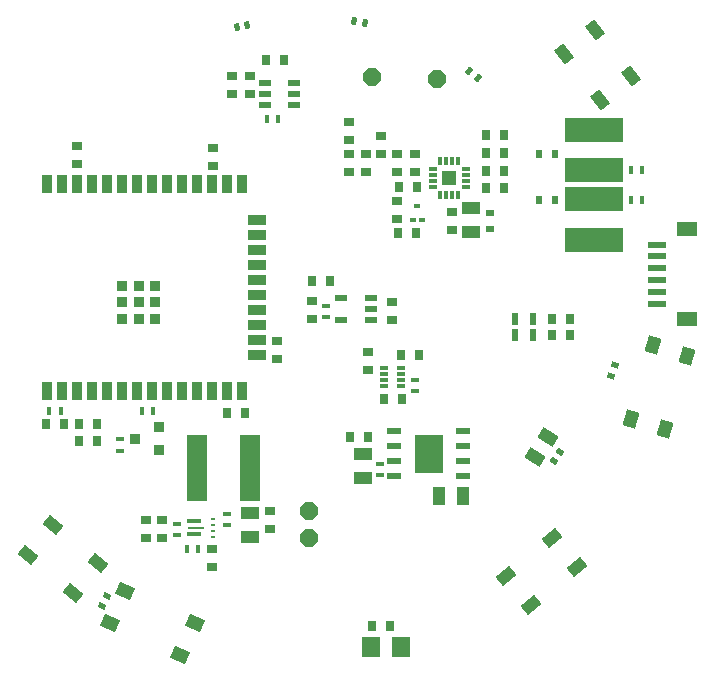
<source format=gtp>
G04*
G04 #@! TF.GenerationSoftware,Altium Limited,Altium Designer,22.1.2 (22)*
G04*
G04 Layer_Color=8421504*
%FSLAX25Y25*%
%MOIN*%
G70*
G04*
G04 #@! TF.SameCoordinates,673B4CCC-D109-4FC9-AC55-69538E973762*
G04*
G04*
G04 #@! TF.FilePolarity,Positive*
G04*
G01*
G75*
%ADD23R,0.03500X0.03000*%
%ADD24R,0.03000X0.03500*%
%ADD25R,0.06000X0.07000*%
%ADD26R,0.03622X0.03228*%
%ADD27R,0.02500X0.01800*%
%ADD28R,0.01800X0.02500*%
G04:AMPARAMS|DCode=29|XSize=25mil|YSize=18mil|CornerRadius=0mil|HoleSize=0mil|Usage=FLASHONLY|Rotation=283.000|XOffset=0mil|YOffset=0mil|HoleType=Round|Shape=Rectangle|*
%AMROTATEDRECTD29*
4,1,4,-0.01158,0.01016,0.00596,0.01420,0.01158,-0.01016,-0.00596,-0.01420,-0.01158,0.01016,0.0*
%
%ADD29ROTATEDRECTD29*%

G04:AMPARAMS|DCode=30|XSize=55.12mil|YSize=43.31mil|CornerRadius=0mil|HoleSize=0mil|Usage=FLASHONLY|Rotation=73.000|XOffset=0mil|YOffset=0mil|HoleType=Round|Shape=Rectangle|*
%AMROTATEDRECTD30*
4,1,4,0.01265,-0.03269,-0.02877,-0.02002,-0.01265,0.03269,0.02877,0.02002,0.01265,-0.03269,0.0*
%
%ADD30ROTATEDRECTD30*%

G04:AMPARAMS|DCode=31|XSize=25mil|YSize=18mil|CornerRadius=0mil|HoleSize=0mil|Usage=FLASHONLY|Rotation=327.000|XOffset=0mil|YOffset=0mil|HoleType=Round|Shape=Rectangle|*
%AMROTATEDRECTD31*
4,1,4,-0.01539,-0.00074,-0.00558,0.01436,0.01539,0.00074,0.00558,-0.01436,-0.01539,-0.00074,0.0*
%
%ADD31ROTATEDRECTD31*%

%ADD32R,0.03543X0.05906*%
%ADD33R,0.06693X0.22441*%
%ADD34R,0.03543X0.03543*%
%ADD35R,0.05906X0.03543*%
%ADD36R,0.02638X0.01181*%
G04:AMPARAMS|DCode=37|XSize=59.06mil|YSize=39.37mil|CornerRadius=0mil|HoleSize=0mil|Usage=FLASHONLY|Rotation=320.000|XOffset=0mil|YOffset=0mil|HoleType=Round|Shape=Rectangle|*
%AMROTATEDRECTD37*
4,1,4,-0.03527,0.00390,-0.00997,0.03406,0.03527,-0.00390,0.00997,-0.03406,-0.03527,0.00390,0.0*
%
%ADD37ROTATEDRECTD37*%

G04:AMPARAMS|DCode=38|XSize=55.12mil|YSize=43.31mil|CornerRadius=0mil|HoleSize=0mil|Usage=FLASHONLY|Rotation=335.000|XOffset=0mil|YOffset=0mil|HoleType=Round|Shape=Rectangle|*
%AMROTATEDRECTD38*
4,1,4,-0.03413,-0.00798,-0.01583,0.03127,0.03413,0.00798,0.01583,-0.03127,-0.03413,-0.00798,0.0*
%
%ADD38ROTATEDRECTD38*%

%ADD39P,0.06494X8X292.5*%
G04:AMPARAMS|DCode=40|XSize=59.06mil|YSize=39.37mil|CornerRadius=0mil|HoleSize=0mil|Usage=FLASHONLY|Rotation=128.000|XOffset=0mil|YOffset=0mil|HoleType=Round|Shape=Rectangle|*
%AMROTATEDRECTD40*
4,1,4,0.03369,-0.01115,0.00267,-0.03539,-0.03369,0.01115,-0.00267,0.03539,0.03369,-0.01115,0.0*
%
%ADD40ROTATEDRECTD40*%

%ADD41R,0.04000X0.06000*%
%ADD42R,0.06000X0.04000*%
G04:AMPARAMS|DCode=43|XSize=59.06mil|YSize=39.37mil|CornerRadius=0mil|HoleSize=0mil|Usage=FLASHONLY|Rotation=220.000|XOffset=0mil|YOffset=0mil|HoleType=Round|Shape=Rectangle|*
%AMROTATEDRECTD43*
4,1,4,0.00997,0.03406,0.03527,0.00390,-0.00997,-0.03406,-0.03527,-0.00390,0.00997,0.03406,0.0*
%
%ADD43ROTATEDRECTD43*%

%ADD44R,0.04331X0.02362*%
%ADD45R,0.04724X0.02362*%
%ADD46R,0.09449X0.12992*%
%ADD47R,0.01772X0.00984*%
%ADD48R,0.05709X0.00787*%
%ADD49R,0.04528X0.01378*%
%ADD50R,0.01968X0.03937*%
G04:AMPARAMS|DCode=51|XSize=40mil|YSize=60mil|CornerRadius=0mil|HoleSize=0mil|Usage=FLASHONLY|Rotation=237.000|XOffset=0mil|YOffset=0mil|HoleType=Round|Shape=Rectangle|*
%AMROTATEDRECTD51*
4,1,4,-0.01427,0.03311,0.03605,0.00043,0.01427,-0.03311,-0.03605,-0.00043,-0.01427,0.03311,0.0*
%
%ADD51ROTATEDRECTD51*%

G04:AMPARAMS|DCode=52|XSize=25mil|YSize=18mil|CornerRadius=0mil|HoleSize=0mil|Usage=FLASHONLY|Rotation=155.000|XOffset=0mil|YOffset=0mil|HoleType=Round|Shape=Rectangle|*
%AMROTATEDRECTD52*
4,1,4,0.01513,0.00287,0.00753,-0.01344,-0.01513,-0.00287,-0.00753,0.01344,0.01513,0.00287,0.0*
%
%ADD52ROTATEDRECTD52*%

G04:AMPARAMS|DCode=53|XSize=25mil|YSize=18mil|CornerRadius=0mil|HoleSize=0mil|Usage=FLASHONLY|Rotation=232.900|XOffset=0mil|YOffset=0mil|HoleType=Round|Shape=Rectangle|*
%AMROTATEDRECTD53*
4,1,4,0.00036,0.01540,0.01472,0.00454,-0.00036,-0.01540,-0.01472,-0.00454,0.00036,0.01540,0.0*
%
%ADD53ROTATEDRECTD53*%

G04:AMPARAMS|DCode=54|XSize=25mil|YSize=18mil|CornerRadius=0mil|HoleSize=0mil|Usage=FLASHONLY|Rotation=258.000|XOffset=0mil|YOffset=0mil|HoleType=Round|Shape=Rectangle|*
%AMROTATEDRECTD54*
4,1,4,-0.00620,0.01410,0.01140,0.01036,0.00620,-0.01410,-0.01140,-0.01036,-0.00620,0.01410,0.0*
%
%ADD54ROTATEDRECTD54*%

G04:AMPARAMS|DCode=55|XSize=25mil|YSize=18mil|CornerRadius=0mil|HoleSize=0mil|Usage=FLASHONLY|Rotation=163.000|XOffset=0mil|YOffset=0mil|HoleType=Round|Shape=Rectangle|*
%AMROTATEDRECTD55*
4,1,4,0.01459,0.00495,0.00932,-0.01226,-0.01459,-0.00495,-0.00932,0.01226,0.01459,0.00495,0.0*
%
%ADD55ROTATEDRECTD55*%

%ADD56R,0.06299X0.01968*%
%ADD57R,0.07087X0.04724*%
%ADD58R,0.03937X0.02362*%
%ADD59R,0.02362X0.03150*%
%ADD60R,0.03150X0.02362*%
%ADD61R,0.19291X0.08268*%
%ADD62R,0.03150X0.01181*%
%ADD63R,0.01181X0.03150*%
%ADD64R,0.04842X0.04842*%
%ADD65R,0.01968X0.01772*%
D23*
X97228Y-156728D02*
D03*
Y-150728D02*
D03*
X145488Y-37664D02*
D03*
Y-31664D02*
D03*
X123650Y-37602D02*
D03*
Y-31602D02*
D03*
X129088Y-37764D02*
D03*
Y-31765D02*
D03*
X139488Y-31664D02*
D03*
Y-37664D02*
D03*
X90528Y-5705D02*
D03*
Y-11705D02*
D03*
X55828Y-159605D02*
D03*
Y-153605D02*
D03*
X61228Y-159605D02*
D03*
Y-153605D02*
D03*
X129961Y-103740D02*
D03*
X129961Y-97740D02*
D03*
X77828Y-169405D02*
D03*
Y-163405D02*
D03*
X33028Y-35105D02*
D03*
X33028Y-29105D02*
D03*
X123550Y-26942D02*
D03*
Y-20942D02*
D03*
X99700Y-99913D02*
D03*
Y-93913D02*
D03*
X78128Y-35605D02*
D03*
X78128Y-29605D02*
D03*
X137946Y-86805D02*
D03*
Y-80805D02*
D03*
X111168Y-86664D02*
D03*
Y-80664D02*
D03*
X158028Y-50905D02*
D03*
Y-56905D02*
D03*
X134288Y-25464D02*
D03*
Y-31464D02*
D03*
X139688Y-53264D02*
D03*
Y-47265D02*
D03*
X84600Y-5700D02*
D03*
Y-11700D02*
D03*
D24*
X135128Y-113200D02*
D03*
X141128D02*
D03*
X137300Y-188800D02*
D03*
X131300D02*
D03*
X101828Y-405D02*
D03*
X95828D02*
D03*
X175188Y-25365D02*
D03*
X169188D02*
D03*
X175188Y-31264D02*
D03*
X169188D02*
D03*
X175188Y-37165D02*
D03*
X169188D02*
D03*
X175188Y-43064D02*
D03*
X169188D02*
D03*
X33650Y-127155D02*
D03*
X39650Y-127155D02*
D03*
X33650Y-121755D02*
D03*
X39650Y-121755D02*
D03*
X22528D02*
D03*
X28528D02*
D03*
X129728Y-126005D02*
D03*
X123728Y-126005D02*
D03*
X141003Y-98474D02*
D03*
X147003Y-98474D02*
D03*
X191128Y-86505D02*
D03*
X197128D02*
D03*
X83028Y-118129D02*
D03*
X89028D02*
D03*
X117228Y-73805D02*
D03*
X111228D02*
D03*
X191128Y-92005D02*
D03*
X197128D02*
D03*
X140288Y-42564D02*
D03*
X146288D02*
D03*
X139788Y-57964D02*
D03*
X145788D02*
D03*
D25*
X130800Y-196100D02*
D03*
X140800D02*
D03*
D26*
X52349Y-126504D02*
D03*
X60223Y-130244D02*
D03*
Y-122764D02*
D03*
D27*
X47048Y-126768D02*
D03*
Y-130468D02*
D03*
X82828Y-155355D02*
D03*
X82828Y-151655D02*
D03*
X145416Y-110616D02*
D03*
X145416Y-106916D02*
D03*
X66128Y-154955D02*
D03*
Y-158655D02*
D03*
X133828Y-134855D02*
D03*
X133828Y-138555D02*
D03*
X115728Y-85905D02*
D03*
Y-82205D02*
D03*
D28*
X58184Y-117419D02*
D03*
X54484D02*
D03*
X69578Y-163405D02*
D03*
X73278D02*
D03*
X27378Y-117255D02*
D03*
X23678D02*
D03*
X221268Y-46805D02*
D03*
X217568D02*
D03*
X96050Y-19900D02*
D03*
X99750D02*
D03*
X221268Y-36964D02*
D03*
X217568D02*
D03*
D29*
X86089Y10615D02*
D03*
X89695Y11448D02*
D03*
D30*
X228734Y-123367D02*
D03*
X236216Y-98895D02*
D03*
X224921Y-95442D02*
D03*
X217439Y-119914D02*
D03*
D31*
X193918Y-130831D02*
D03*
X191903Y-133934D02*
D03*
D32*
X28034Y-41756D02*
D03*
X23034Y-41756D02*
D03*
X33034D02*
D03*
X38034D02*
D03*
X43034Y-41756D02*
D03*
X48034Y-41756D02*
D03*
X53034Y-41756D02*
D03*
X58034Y-41756D02*
D03*
X63034Y-41756D02*
D03*
X68034Y-41756D02*
D03*
X73034Y-41756D02*
D03*
X78034Y-41756D02*
D03*
X83034Y-41756D02*
D03*
X88034D02*
D03*
X23034Y-110653D02*
D03*
X28034Y-110653D02*
D03*
X33034D02*
D03*
X38034Y-110653D02*
D03*
X43034Y-110653D02*
D03*
X48034Y-110653D02*
D03*
X53034Y-110653D02*
D03*
X58034Y-110653D02*
D03*
X63034Y-110653D02*
D03*
X68034Y-110653D02*
D03*
X73034D02*
D03*
X78034Y-110653D02*
D03*
X83034Y-110653D02*
D03*
X88034Y-110653D02*
D03*
D33*
X90486Y-136205D02*
D03*
X72770D02*
D03*
D34*
X58940Y-75614D02*
D03*
X58940Y-81126D02*
D03*
X58940Y-86638D02*
D03*
X53428Y-75614D02*
D03*
X53428Y-86638D02*
D03*
X47916Y-75614D02*
D03*
X47916Y-81126D02*
D03*
Y-86638D02*
D03*
X53428Y-81126D02*
D03*
D35*
X92955Y-53685D02*
D03*
Y-58685D02*
D03*
Y-63685D02*
D03*
Y-68685D02*
D03*
X92955Y-73685D02*
D03*
X92955Y-78685D02*
D03*
X92955Y-83685D02*
D03*
X92955Y-88685D02*
D03*
X92955Y-93685D02*
D03*
X92955Y-98685D02*
D03*
D36*
X141041Y-102939D02*
D03*
X141041Y-104908D02*
D03*
X141041Y-106876D02*
D03*
X141041Y-108845D02*
D03*
X135214Y-108845D02*
D03*
Y-106876D02*
D03*
Y-104908D02*
D03*
Y-102939D02*
D03*
D37*
X24764Y-155402D02*
D03*
X16412Y-165354D02*
D03*
X31492Y-178008D02*
D03*
X39843Y-168055D02*
D03*
D38*
X48927Y-177245D02*
D03*
X72120Y-188060D02*
D03*
X67128Y-198764D02*
D03*
X43936Y-187949D02*
D03*
D39*
X131228Y-6105D02*
D03*
X152828Y-6505D02*
D03*
X110100Y-159705D02*
D03*
X110072Y-150533D02*
D03*
D40*
X207369Y-13660D02*
D03*
X217606Y-5661D02*
D03*
X205487Y9851D02*
D03*
X195249Y1852D02*
D03*
D41*
X161628Y-145705D02*
D03*
X153628D02*
D03*
D42*
X128128Y-139605D02*
D03*
Y-131605D02*
D03*
X90628Y-159205D02*
D03*
Y-151205D02*
D03*
X164228Y-57605D02*
D03*
Y-49605D02*
D03*
D43*
X191092Y-159502D02*
D03*
X199443Y-169454D02*
D03*
X184364Y-182108D02*
D03*
X176012Y-172155D02*
D03*
D44*
X120710Y-86945D02*
D03*
Y-79465D02*
D03*
X130946D02*
D03*
Y-83205D02*
D03*
Y-86945D02*
D03*
D45*
X161579Y-124105D02*
D03*
X161579Y-129105D02*
D03*
Y-134105D02*
D03*
Y-139105D02*
D03*
X138677D02*
D03*
X138677Y-134105D02*
D03*
Y-129105D02*
D03*
Y-124105D02*
D03*
D46*
X150128Y-131605D02*
D03*
D47*
X78128Y-153236D02*
D03*
Y-155205D02*
D03*
Y-157173D02*
D03*
Y-159142D02*
D03*
D48*
X72419Y-156189D02*
D03*
D49*
X71829Y-158354D02*
D03*
Y-154024D02*
D03*
D50*
X179015Y-86505D02*
D03*
X184921D02*
D03*
X179015Y-92005D02*
D03*
X184921D02*
D03*
D51*
X185532Y-132637D02*
D03*
X189889Y-125927D02*
D03*
D52*
X41341Y-182401D02*
D03*
X42905Y-179048D02*
D03*
D53*
X166386Y-6175D02*
D03*
X163435Y-3943D02*
D03*
D54*
X128737Y12044D02*
D03*
X125118Y12813D02*
D03*
D55*
X212069Y-101936D02*
D03*
X210987Y-105474D02*
D03*
D56*
X226328Y-81490D02*
D03*
X226328Y-77553D02*
D03*
X226328Y-73616D02*
D03*
X226328Y-69679D02*
D03*
X226328Y-65742D02*
D03*
X226328Y-61805D02*
D03*
D57*
X236269Y-86608D02*
D03*
X236269Y-56687D02*
D03*
D58*
X95663Y-15405D02*
D03*
Y-11665D02*
D03*
Y-7924D02*
D03*
X105112D02*
D03*
Y-11665D02*
D03*
Y-15405D02*
D03*
D59*
X186772Y-46805D02*
D03*
X192284D02*
D03*
X192268Y-31464D02*
D03*
X186756D02*
D03*
D60*
X170528Y-56661D02*
D03*
Y-51149D02*
D03*
D61*
X205068Y-36964D02*
D03*
Y-23579D02*
D03*
Y-60150D02*
D03*
Y-46764D02*
D03*
D62*
X162598Y-36651D02*
D03*
Y-38620D02*
D03*
Y-40588D02*
D03*
Y-42557D02*
D03*
X151377D02*
D03*
Y-40588D02*
D03*
Y-38620D02*
D03*
Y-36651D02*
D03*
D63*
X154035Y-45214D02*
D03*
X156003D02*
D03*
X157972D02*
D03*
X159940D02*
D03*
Y-33994D02*
D03*
X157972D02*
D03*
X156003D02*
D03*
X154035D02*
D03*
D64*
X156988Y-39604D02*
D03*
D65*
X144713Y-53628D02*
D03*
X147863D02*
D03*
X146288Y-49101D02*
D03*
M02*

</source>
